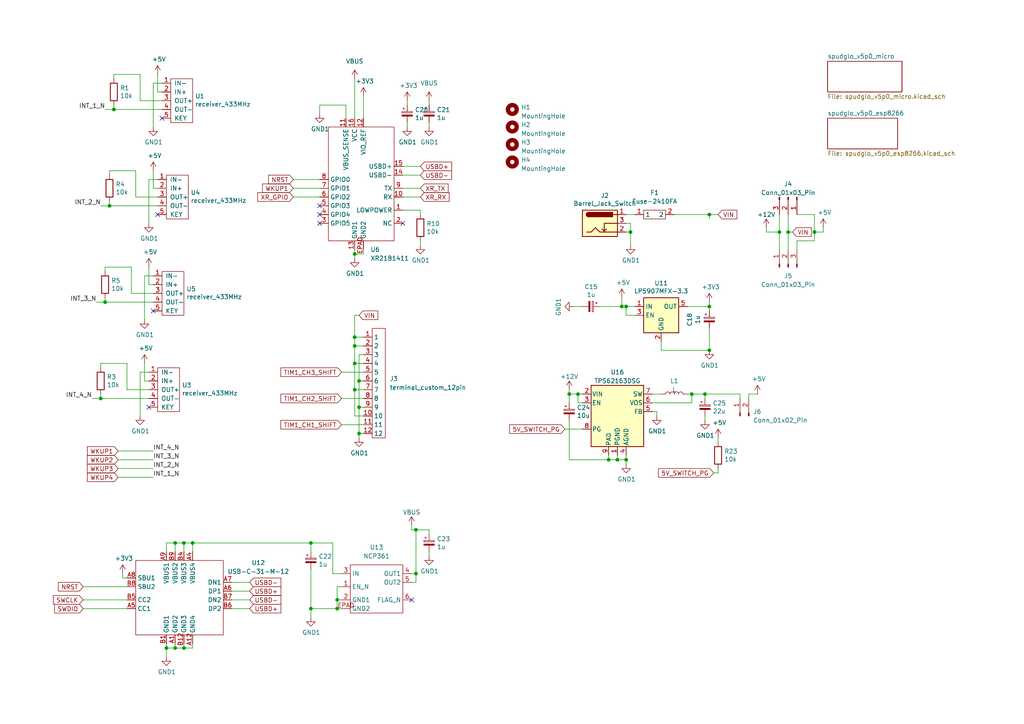
<source format=kicad_sch>
(kicad_sch (version 20230121) (generator eeschema)
  (paper "A4")
  (lib_symbols
    (symbol "Connector:Barrel_Jack_Switch" (pin_names hide)
      (property "Reference" "J" (at 0 5.334 0))
      (property "Value" "Barrel_Jack_Switch" (at 0 -5.08 0))
      (symbol "Barrel_Jack_Switch_0_1"
        (rectangle (start -5.08 3.81) (end 5.08 -3.81) (stroke (width 0.254)) (fill (type background)))
        (arc (start -3.302 3.175) (mid -3.9343 2.54) (end -3.302 1.905) (stroke (width 0.254)))
        (arc (start -3.302 3.175) (mid -3.9343 2.54) (end -3.302 1.905) (stroke (width 0.254)) (fill (type outline)))
        (polyline (pts (xy 1.27 -2.286) (xy 1.905 -1.651)) (stroke (width 0.254)))
        (polyline (pts (xy 5.08 2.54) (xy 3.81 2.54)) (stroke (width 0.254)))
        (polyline (pts (xy 5.08 0) (xy 1.27 0) (xy 1.27 -2.286) (xy 0.635 -1.651)) (stroke (width 0.254)))
        (polyline (pts (xy -3.81 -2.54) (xy -2.54 -2.54) (xy -1.27 -1.27) (xy 0 -2.54) (xy 2.54 -2.54) (xy 5.08 -2.54)) (stroke (width 0.254)))
        (rectangle (start 3.683 3.175) (end -3.302 1.905) (stroke (width 0.254)) (fill (type outline)))
      )
      (symbol "Barrel_Jack_Switch_1_1"
        (pin passive line (at 7.62 2.54 180) (length 2.54) (name "~") (number "1"))
        (pin passive line (at 7.62 -2.54 180) (length 2.54) (name "~") (number "2"))
        (pin passive line (at 7.62 0 180) (length 2.54) (name "~") (number "3"))
      )
    )
    (symbol "Connector:Conn_01x02_Pin" (pin_names (offset 1.016) hide)
      (property "Reference" "J" (at 0 2.54 0))
      (property "Value" "Conn_01x02_Pin" (at 0 -5.08 0))
      (symbol "Conn_01x02_Pin_1_1"
        (polyline (pts (xy 1.27 -2.54) (xy 0.8636 -2.54)) (stroke (width 0.1524)))
        (polyline (pts (xy 1.27 0) (xy 0.8636 0)) (stroke (width 0.1524)))
        (rectangle (start 0.8636 -2.413) (end 0 -2.667) (stroke (width 0.1524)) (fill (type outline)))
        (rectangle (start 0.8636 0.127) (end 0 -0.127) (stroke (width 0.1524)) (fill (type outline)))
        (pin passive line (at 5.08 0 180) (length 3.81) (name "Pin_1") (number "1"))
        (pin passive line (at 5.08 -2.54 180) (length 3.81) (name "Pin_2") (number "2"))
      )
    )
    (symbol "Connector:Conn_01x03_Pin" (pin_names (offset 1.016) hide)
      (property "Reference" "J" (at 0 5.08 0))
      (property "Value" "Conn_01x03_Pin" (at 0 -5.08 0))
      (symbol "Conn_01x03_Pin_1_1"
        (polyline (pts (xy 1.27 -2.54) (xy 0.8636 -2.54)) (stroke (width 0.1524)))
        (polyline (pts (xy 1.27 0) (xy 0.8636 0)) (stroke (width 0.1524)))
        (polyline (pts (xy 1.27 2.54) (xy 0.8636 2.54)) (stroke (width 0.1524)))
        (rectangle (start 0.8636 -2.413) (end 0 -2.667) (stroke (width 0.1524)) (fill (type outline)))
        (rectangle (start 0.8636 0.127) (end 0 -0.127) (stroke (width 0.1524)) (fill (type outline)))
        (rectangle (start 0.8636 2.667) (end 0 2.413) (stroke (width 0.1524)) (fill (type outline)))
        (pin passive line (at 5.08 2.54 180) (length 3.81) (name "Pin_1") (number "1"))
        (pin passive line (at 5.08 0 180) (length 3.81) (name "Pin_2") (number "2"))
        (pin passive line (at 5.08 -2.54 180) (length 3.81) (name "Pin_3") (number "3"))
      )
    )
    (symbol "Device:L" (pin_numbers hide) (pin_names (offset 1.016) hide)
      (property "Reference" "L" (at -1.27 0 90))
      (property "Value" "L" (at 1.905 0 90))
      (symbol "L_0_1"
        (arc (start 0 -2.54) (mid 0.6323 -1.905) (end 0 -1.27))
        (arc (start 0 -1.27) (mid 0.6323 -0.635) (end 0 0))
        (arc (start 0 0) (mid 0.6323 0.635) (end 0 1.27))
        (arc (start 0 1.27) (mid 0.6323 1.905) (end 0 2.54))
      )
      (symbol "L_1_1"
        (pin passive line (at 0 3.81 270) (length 1.27) (name "1") (number "1"))
        (pin passive line (at 0 -3.81 90) (length 1.27) (name "2") (number "2"))
      )
    )
    (symbol "Device:R" (pin_numbers hide) (pin_names (offset 0))
      (property "Reference" "R" (at 2.032 0 90))
      (property "Value" "R" (at 0 0 90))
      (symbol "R_0_1"
        (rectangle (start -1.016 -2.54) (end 1.016 2.54) (stroke (width 0.254)))
      )
      (symbol "R_1_1"
        (pin passive line (at 0 3.81 270) (length 1.27) (name "~") (number "1"))
        (pin passive line (at 0 -3.81 90) (length 1.27) (name "~") (number "2"))
      )
    )
    (symbol "Mechanical:MountingHole" (pin_names (offset 1.016))
      (property "Reference" "H" (at 0 5.08 0))
      (property "Value" "MountingHole" (at 0 3.175 0))
      (symbol "MountingHole_0_1"
        (circle (center 0 0) (radius 1.27) (stroke (width 1.27)))
      )
    )
    (symbol "NCP361_1"
      (property "Reference" "U" (at 1.27 1.27 0))
      (property "Value" "NCP361_1" (at 12.7 -15.24 0))
      (symbol "NCP361_1_0_1"
        (rectangle (start 0 0) (end 15.24 -13.97))
      )
      (symbol "NCP361_1_1_1"
        (pin input line (at -2.54 -6.35 0) (length 2.54) (name "EN_N") (number "1"))
        (pin input line (at -2.54 -10.16 0) (length 2.54) (name "GND1") (number "2"))
        (pin input line (at -2.54 -2.54 0) (length 2.54) (name "IN") (number "3"))
        (pin input line (at 17.78 -2.54 180) (length 2.54) (name "OUT1") (number "4"))
        (pin input line (at 17.78 -5.08 180) (length 2.54) (name "OUT2") (number "5"))
        (pin input line (at 17.78 -10.16 180) (length 2.54) (name "FLAG_N") (number "6"))
        (pin input line (at -2.54 -12.7 0) (length 2.54) (name "GND2") (number "EPAD"))
      )
    )
    (symbol "Regulator_Linear:LP5907MFX-3.3"
      (property "Reference" "U" (at -3.81 6.35 0))
      (property "Value" "LP5907MFX-3.3" (at 6.35 6.35 0))
      (symbol "LP5907MFX-3.3_0_1"
        (rectangle (start -5.08 -5.08) (end 5.08 5.08) (stroke (width 0.254)) (fill (type background)))
        (pin power_in line (at -7.62 2.54 0) (length 2.54) (name "IN") (number "1"))
        (pin power_in line (at 0 -7.62 90) (length 2.54) (name "GND") (number "2"))
        (pin input line (at -7.62 0 0) (length 2.54) (name "EN") (number "3"))
        (pin no_connect line (at 5.08 0 180) (length 2.54) hide (name "NC") (number "4"))
        (pin power_out line (at 7.62 2.54 180) (length 2.54) (name "OUT") (number "5"))
      )
    )
    (symbol "Regulator_Switching:TPS62163DSG" (pin_names (offset 0.254))
      (property "Reference" "U" (at -7.62 11.43 0))
      (property "Value" "TPS62163DSG" (at -1.27 11.43 0))
      (symbol "TPS62163DSG_0_1"
        (rectangle (start -7.62 10.16) (end 7.62 -7.62) (stroke (width 0.254)) (fill (type background)))
      )
      (symbol "TPS62163DSG_1_1"
        (pin power_in line (at 0 -10.16 90) (length 2.54) (name "PGND") (number "1"))
        (pin power_in line (at -10.16 7.62 0) (length 2.54) (name "VIN") (number "2"))
        (pin input line (at -10.16 5.08 0) (length 2.54) (name "EN") (number "3"))
        (pin power_in line (at 2.54 -10.16 90) (length 2.54) (name "AGND") (number "4"))
        (pin input line (at 10.16 2.54 180) (length 2.54) (name "FB") (number "5"))
        (pin input line (at 10.16 5.08 180) (length 2.54) (name "VOS") (number "6"))
        (pin output line (at 10.16 7.62 180) (length 2.54) (name "SW") (number "7"))
        (pin open_collector line (at -10.16 -2.54 0) (length 2.54) (name "PG") (number "8"))
        (pin power_in line (at -2.54 -10.16 90) (length 2.54) (name "PAD") (number "9"))
      )
    )
    (symbol "XR21B1411_1"
      (property "Reference" "U" (at 1.27 1.27 0))
      (property "Value" "XR21B1411_1" (at 20.32 -34.29 0))
      (symbol "XR21B1411_1_0_1"
        (rectangle (start 0 0) (end 19.05 -33.02))
      )
      (symbol "XR21B1411_1_1_1"
        (pin input line (at 21.59 -24.13 180) (length 2.54) (name "LOWPOWER") (number "1"))
        (pin input line (at 21.59 -20.32 180) (length 2.54) (name "RX") (number "10"))
        (pin input line (at 5.08 2.54 270) (length 2.54) (name "VBUS_SENSE") (number "11"))
        (pin input line (at 10.16 2.54 270) (length 2.54) (name "VIO_REF") (number "12"))
        (pin input line (at 7.62 -35.56 90) (length 2.54) (name "GND1") (number "13"))
        (pin input line (at 21.59 -13.97 180) (length 2.54) (name "USBD-") (number "14"))
        (pin input line (at 21.59 -11.43 180) (length 2.54) (name "USBD+") (number "15"))
        (pin input line (at 7.62 2.54 270) (length 2.54) (name "VCC") (number "16"))
        (pin input line (at 21.59 -27.94 180) (length 2.54) (name "NC") (number "2"))
        (pin input line (at -2.54 -27.94 0) (length 2.54) (name "GPIO5") (number "3"))
        (pin input line (at -2.54 -25.4 0) (length 2.54) (name "GPIO4") (number "4"))
        (pin input line (at -2.54 -22.86 0) (length 2.54) (name "GPIO3") (number "5"))
        (pin input line (at -2.54 -20.32 0) (length 2.54) (name "GPIO2") (number "6"))
        (pin input line (at -2.54 -17.78 0) (length 2.54) (name "GPIO1") (number "7"))
        (pin input line (at -2.54 -15.24 0) (length 2.54) (name "GPIO0") (number "8"))
        (pin input line (at 21.59 -17.78 180) (length 2.54) (name "TX") (number "9"))
        (pin input line (at 10.16 -35.56 90) (length 2.54) (name "GND2") (number "EPAD"))
      )
    )
    (symbol "power:+12V" (power) (pin_names (offset 0))
      (property "Value" "+12V" (at 0 3.556 0))
      (symbol "+12V_0_1"
        (polyline (pts (xy -0.762 1.27) (xy 0 2.54)))
        (polyline (pts (xy 0 0) (xy 0 2.54)))
        (polyline (pts (xy 0 2.54) (xy 0.762 1.27)))
      )
      (symbol "+12V_1_1"
        (pin power_in line (at 0 0 90) (length 0) hide (name "+12V") (number "1"))
      )
    )
    (symbol "power:+5V" (power) (pin_names (offset 0))
      (property "Value" "+5V" (at 0 3.556 0))
      (symbol "+5V_0_1"
        (polyline (pts (xy -0.762 1.27) (xy 0 2.54)))
        (polyline (pts (xy 0 0) (xy 0 2.54)))
        (polyline (pts (xy 0 2.54) (xy 0.762 1.27)))
      )
      (symbol "+5V_1_1"
        (pin power_in line (at 0 0 90) (length 0) hide (name "+5V") (number "1"))
      )
    )
    (symbol "power:GND1" (power) (pin_names (offset 0))
      (property "Value" "GND1" (at 0 -3.81 0))
      (symbol "GND1_0_1"
        (polyline (pts (xy 0 0) (xy 0 -1.27) (xy 1.27 -1.27) (xy 0 -2.54) (xy -1.27 -1.27) (xy 0 -1.27)))
      )
      (symbol "GND1_1_1"
        (pin power_in line (at 0 0 270) (length 0) hide (name "GND1") (number "1"))
      )
    )
    (symbol "power:VBUS" (power) (pin_names (offset 0))
      (property "Value" "VBUS" (at 0 3.81 0))
      (symbol "VBUS_0_1"
        (polyline (pts (xy -0.762 1.27) (xy 0 2.54)))
        (polyline (pts (xy 0 0) (xy 0 2.54)))
        (polyline (pts (xy 0 2.54) (xy 0.762 1.27)))
      )
      (symbol "VBUS_1_1"
        (pin power_in line (at 0 0 90) (length 0) hide (name "VBUS") (number "1"))
      )
    )
    (symbol "spudglo_driver_v3p1-rescue:+3.3V-power" (power) (pin_names (offset 0))
      (property "Value" "+3.3V-power" (at 0 3.556 0))
      (symbol "+3.3V-power_0_1"
        (polyline (pts (xy -0.762 1.27) (xy 0 2.54)))
        (polyline (pts (xy 0 0) (xy 0 2.54)))
        (polyline (pts (xy 0 2.54) (xy 0.762 1.27)))
      )
      (symbol "+3.3V-power_1_1"
        (pin power_in line (at 0 0 90) (length 0) hide (name "+3V3") (number "1"))
      )
    )
    (symbol "spudglo_driver_v3p1-rescue:CP_Small-Device" (pin_numbers hide) (pin_names (offset 0.254) hide)
      (property "Reference" "C" (at 0.254 1.778 0))
      (property "Value" "CP_Small-Device" (at 0.254 -2.032 0))
      (symbol "CP_Small-Device_0_1"
        (rectangle (start -1.524 -0.3048) (end 1.524 -0.6858) (fill (type outline)))
        (rectangle (start -1.524 0.6858) (end 1.524 0.3048))
        (polyline (pts (xy -1.27 1.524) (xy -0.762 1.524)))
        (polyline (pts (xy -1.016 1.27) (xy -1.016 1.778)))
      )
      (symbol "CP_Small-Device_1_1"
        (pin passive line (at 0 2.54 270) (length 1.8542) (name "~") (number "1"))
        (pin passive line (at 0 -2.54 90) (length 1.8542) (name "~") (number "2"))
      )
    )
    (symbol "spudglo_driver_v3p1-rescue:receiver_433MHz-srw_custom" (pin_names (offset 1.016))
      (property "Reference" "U" (at 0 0 0))
      (property "Value" "receiver_433MHz-srw_custom" (at 2.54 -20.32 0))
      (symbol "receiver_433MHz-srw_custom_0_1"
        (rectangle (start 2.54 -2.54) (end 8.89 -15.24))
      )
      (symbol "receiver_433MHz-srw_custom_1_1"
        (pin input line (at 0 -3.81 0) (length 2.54) (name "IN-") (number "1"))
        (pin input line (at 0 -6.35 0) (length 2.54) (name "IN+") (number "2"))
        (pin input line (at 0 -8.89 0) (length 2.54) (name "OUT+") (number "3"))
        (pin input line (at 0 -11.43 0) (length 2.54) (name "OUT-") (number "4"))
        (pin input line (at 0 -13.97 0) (length 2.54) (name "KEY") (number "5"))
      )
    )
    (symbol "srw_custom:Fuse-2410FA"
      (property "Reference" "F" (at 0 0 0))
      (property "Value" "Fuse-2410FA" (at 0 2.54 0))
      (symbol "Fuse-2410FA_0_1"
        (rectangle (start 0 -2.54) (end 6.35 -5.08))
      )
      (symbol "Fuse-2410FA_1_1"
        (pin input line (at -2.54 -3.81 0) (length 2.54) (name "1") (number "1"))
        (pin input line (at 8.89 -3.81 180) (length 2.54) (name "2") (number "2"))
      )
    )
    (symbol "srw_custom:USB-C-31-M-12"
      (property "Reference" "U" (at 0 1.27 0))
      (property "Value" "USB-C-31-M-12" (at 27.94 -24.13 0))
      (symbol "USB-C-31-M-12_0_1"
        (rectangle (start 0 0) (end 25.4 -21.59))
      )
      (symbol "USB-C-31-M-12_1_1"
        (pin input line (at 11.43 -24.13 90) (length 2.54) (name "GND2") (number "A1"))
        (pin input line (at 16.51 -24.13 90) (length 2.54) (name "GND4") (number "A12"))
        (pin input line (at 16.51 2.54 270) (length 2.54) (name "VBUS4") (number "A4"))
        (pin input line (at -2.54 -13.97 0) (length 2.54) (name "CC1") (number "A5"))
        (pin input line (at 27.94 -8.89 180) (length 2.54) (name "DP1") (number "A6"))
        (pin input line (at 27.94 -6.35 180) (length 2.54) (name "DN1") (number "A7"))
        (pin input line (at -2.54 -5.08 0) (length 2.54) (name "SBU1") (number "A8"))
        (pin input line (at 8.89 2.54 270) (length 2.54) (name "VBUS1") (number "A9"))
        (pin input line (at 8.89 -24.13 90) (length 2.54) (name "GND1") (number "B1"))
        (pin input line (at 13.97 -24.13 90) (length 2.54) (name "GND3") (number "B12"))
        (pin input line (at 13.97 2.54 270) (length 2.54) (name "VBUS3") (number "B4"))
        (pin input line (at -2.54 -11.43 0) (length 2.54) (name "CC2") (number "B5"))
        (pin input line (at 27.94 -13.97 180) (length 2.54) (name "DP2") (number "B6"))
        (pin input line (at 27.94 -11.43 180) (length 2.54) (name "DN2") (number "B7"))
        (pin input line (at -2.54 -7.62 0) (length 2.54) (name "SBU2") (number "B8"))
        (pin input line (at 11.43 2.54 270) (length 2.54) (name "VBUS2") (number "B9"))
      )
    )
    (symbol "srw_custom:terminal_custom_12pin"
      (property "Reference" "J" (at 0 -1.27 0))
      (property "Value" "terminal_custom_12pin" (at 0 1.27 0))
      (symbol "terminal_custom_12pin_0_1"
        (rectangle (start 0 -2.54) (end 3.81 -34.29))
      )
      (symbol "terminal_custom_12pin_1_1"
        (pin input line (at -2.54 -5.08 0) (length 2.54) (name "1") (number "1"))
        (pin input line (at -2.54 -27.94 0) (length 2.54) (name "10") (number "10"))
        (pin input line (at -2.54 -30.48 0) (length 2.54) (name "11") (number "11"))
        (pin input line (at -2.54 -33.02 0) (length 2.54) (name "12") (number "12"))
        (pin input line (at -2.54 -7.62 0) (length 2.54) (name "2") (number "2"))
        (pin input line (at -2.54 -10.16 0) (length 2.54) (name "3") (number "3"))
        (pin input line (at -2.54 -12.7 0) (length 2.54) (name "4") (number "4"))
        (pin input line (at -2.54 -15.24 0) (length 2.54) (name "5") (number "5"))
        (pin input line (at -2.54 -17.78 0) (length 2.54) (name "6") (number "6"))
        (pin input line (at -2.54 -20.32 0) (length 2.54) (name "7") (number "7"))
        (pin input line (at -2.54 -22.86 0) (length 2.54) (name "8") (number "8"))
        (pin input line (at -2.54 -25.4 0) (length 2.54) (name "9") (number "9"))
      )
    )
  )
  (junction (at 50.8 157.48))
  (junction (at 30.48 87.63))
  (junction (at 29.21 115.57))
  (junction (at 55.88 157.48))
  (junction (at 181.61 133.35))
  (junction (at 90.17 157.48))
  (junction (at 226.06 67.31))
  (junction (at 102.87 97.79))
  (junction (at 104.14 118.11))
  (junction (at 236.22 67.31))
  (junction (at 33.02 31.75))
  (junction (at 102.87 100.33))
  (junction (at 179.07 133.35))
  (junction (at 53.34 157.48))
  (junction (at 165.1 114.3))
  (junction (at 200.66 114.3))
  (junction (at 228.6 67.31))
  (junction (at 205.74 88.9))
  (junction (at 205.74 62.23))
  (junction (at 182.88 67.31))
  (junction (at 181.61 88.9))
  (junction (at 167.64 114.3))
  (junction (at 104.14 110.49))
  (junction (at 120.65 166.37))
  (junction (at 53.34 187.96))
  (junction (at 104.14 125.73))
  (junction (at 90.17 176.53))
  (junction (at 102.87 73.66))
  (junction (at 102.87 105.41))
  (junction (at 102.87 113.03))
  (junction (at 31.75 59.69))
  (junction (at 97.79 176.53))
  (junction (at 50.8 187.96))
  (junction (at 97.79 173.99))
  (junction (at 176.53 133.35))
  (junction (at 48.26 187.96))
  (junction (at 120.65 153.67))
  (junction (at 205.74 101.6))
  (junction (at 204.47 114.3))
  (junction (at 180.34 88.9))
  (no_connect (at 92.71 62.23))
  (no_connect (at 44.45 90.17))
  (no_connect (at 116.84 64.77))
  (no_connect (at 45.72 62.23))
  (no_connect (at 119.38 173.99))
  (no_connect (at 92.71 64.77))
  (no_connect (at 43.18 118.11))
  (no_connect (at 46.99 34.29))
  (no_connect (at 92.71 59.69))
  (wire (pts (xy 121.92 60.96) (xy 116.84 60.96)))
  (wire (pts (xy 100.33 30.48) (xy 100.33 34.29)))
  (wire (pts (xy 214.63 114.3) (xy 204.47 114.3)))
  (wire (pts (xy 217.17 114.3) (xy 217.17 115.57)))
  (wire (pts (xy 46.99 24.13) (xy 44.45 24.13)))
  (wire (pts (xy 184.15 91.44) (xy 181.61 91.44)))
  (wire (pts (xy 214.63 115.57) (xy 214.63 114.3)))
  (wire (pts (xy 104.14 125.73) (xy 105.41 125.73)))
  (wire (pts (xy 189.23 116.84) (xy 200.66 116.84)))
  (wire (pts (xy 179.07 132.08) (xy 179.07 133.35)))
  (wire (pts (xy 205.74 88.9) (xy 199.39 88.9)))
  (wire (pts (xy 182.88 64.77) (xy 181.61 64.77)))
  (wire (pts (xy 166.37 88.9) (xy 168.91 88.9)))
  (wire (pts (xy 43.18 115.57) (xy 29.21 115.57)))
  (wire (pts (xy 102.87 105.41) (xy 105.41 105.41)))
  (wire (pts (xy 191.77 101.6) (xy 205.74 101.6)))
  (wire (pts (xy 99.06 115.57) (xy 105.41 115.57)))
  (wire (pts (xy 182.88 67.31) (xy 182.88 71.12)))
  (wire (pts (xy 181.61 62.23) (xy 184.15 62.23)))
  (wire (pts (xy 102.87 100.33) (xy 105.41 100.33)))
  (wire (pts (xy 30.48 31.75) (xy 33.02 31.75)))
  (wire (pts (xy 90.17 157.48) (xy 90.17 160.02)))
  (wire (pts (xy 124.46 160.02) (xy 124.46 161.29)))
  (wire (pts (xy 184.15 88.9) (xy 181.61 88.9)))
  (wire (pts (xy 102.87 91.44) (xy 104.14 91.44)))
  (wire (pts (xy 31.75 59.69) (xy 31.75 58.42)))
  (wire (pts (xy 236.22 67.31) (xy 236.22 69.85)))
  (wire (pts (xy 29.21 105.41) (xy 29.21 106.68)))
  (wire (pts (xy 45.72 52.07) (xy 43.18 52.07)))
  (wire (pts (xy 236.22 62.23) (xy 236.22 67.31)))
  (wire (pts (xy 121.92 62.23) (xy 121.92 60.96)))
  (wire (pts (xy 92.71 33.02) (xy 92.71 30.48)))
  (wire (pts (xy 24.13 176.53) (xy 36.83 176.53)))
  (wire (pts (xy 90.17 176.53) (xy 90.17 179.07)))
  (wire (pts (xy 53.34 157.48) (xy 55.88 157.48)))
  (wire (pts (xy 104.14 118.11) (xy 104.14 125.73)))
  (wire (pts (xy 219.71 114.3) (xy 217.17 114.3)))
  (wire (pts (xy 165.1 121.92) (xy 165.1 133.35)))
  (wire (pts (xy 26.67 115.57) (xy 29.21 115.57)))
  (wire (pts (xy 90.17 176.53) (xy 97.79 176.53)))
  (wire (pts (xy 222.25 66.04) (xy 222.25 67.31)))
  (wire (pts (xy 228.6 67.31) (xy 228.6 72.39)))
  (wire (pts (xy 27.94 87.63) (xy 30.48 87.63)))
  (wire (pts (xy 46.99 29.21) (xy 40.64 29.21)))
  (wire (pts (xy 207.01 137.16) (xy 208.28 137.16)))
  (wire (pts (xy 38.1 85.09) (xy 38.1 77.47)))
  (wire (pts (xy 102.87 105.41) (xy 102.87 113.03)))
  (wire (pts (xy 182.88 67.31) (xy 182.88 64.77)))
  (wire (pts (xy 191.77 99.06) (xy 191.77 101.6)))
  (wire (pts (xy 105.41 102.87) (xy 104.14 102.87)))
  (wire (pts (xy 43.18 113.03) (xy 36.83 113.03)))
  (wire (pts (xy 97.79 176.53) (xy 99.06 176.53)))
  (wire (pts (xy 67.31 168.91) (xy 72.39 168.91)))
  (wire (pts (xy 40.64 29.21) (xy 40.64 21.59)))
  (wire (pts (xy 189.23 114.3) (xy 191.77 114.3)))
  (wire (pts (xy 30.48 87.63) (xy 30.48 86.36)))
  (wire (pts (xy 46.99 26.67) (xy 45.72 26.67)))
  (wire (pts (xy 30.48 77.47) (xy 30.48 78.74)))
  (wire (pts (xy 48.26 157.48) (xy 48.26 160.02)))
  (wire (pts (xy 200.66 116.84) (xy 200.66 114.3)))
  (wire (pts (xy 53.34 186.69) (xy 53.34 187.96)))
  (wire (pts (xy 102.87 73.66) (xy 105.41 73.66)))
  (wire (pts (xy 121.92 69.85) (xy 121.92 71.12)))
  (wire (pts (xy 238.76 66.04) (xy 238.76 67.31)))
  (wire (pts (xy 46.99 31.75) (xy 33.02 31.75)))
  (wire (pts (xy 36.83 113.03) (xy 36.83 105.41)))
  (wire (pts (xy 44.45 80.01) (xy 41.91 80.01)))
  (wire (pts (xy 205.74 95.25) (xy 205.74 101.6)))
  (wire (pts (xy 124.46 29.21) (xy 124.46 30.48)))
  (wire (pts (xy 102.87 72.39) (xy 102.87 73.66)))
  (wire (pts (xy 180.34 88.9) (xy 173.99 88.9)))
  (wire (pts (xy 181.61 88.9) (xy 180.34 88.9)))
  (wire (pts (xy 97.79 176.53) (xy 97.79 173.99)))
  (wire (pts (xy 44.45 85.09) (xy 38.1 85.09)))
  (wire (pts (xy 44.45 87.63) (xy 30.48 87.63)))
  (wire (pts (xy 205.74 88.9) (xy 205.74 87.63)))
  (wire (pts (xy 41.91 110.49) (xy 41.91 105.41)))
  (wire (pts (xy 179.07 133.35) (xy 181.61 133.35)))
  (wire (pts (xy 67.31 173.99) (xy 72.39 173.99)))
  (wire (pts (xy 116.84 54.61) (xy 121.92 54.61)))
  (wire (pts (xy 168.91 116.84) (xy 167.64 116.84)))
  (wire (pts (xy 124.46 154.94) (xy 124.46 153.67)))
  (wire (pts (xy 181.61 91.44) (xy 181.61 88.9)))
  (wire (pts (xy 102.87 73.66) (xy 102.87 74.93)))
  (wire (pts (xy 29.21 59.69) (xy 31.75 59.69)))
  (wire (pts (xy 236.22 67.31) (xy 238.76 67.31)))
  (wire (pts (xy 105.41 27.94) (xy 105.41 34.29)))
  (wire (pts (xy 96.52 157.48) (xy 96.52 166.37)))
  (wire (pts (xy 48.26 157.48) (xy 50.8 157.48)))
  (wire (pts (xy 165.1 133.35) (xy 176.53 133.35)))
  (wire (pts (xy 85.09 54.61) (xy 92.71 54.61)))
  (wire (pts (xy 99.06 107.95) (xy 105.41 107.95)))
  (wire (pts (xy 228.6 67.31) (xy 228.6 62.23)))
  (wire (pts (xy 29.21 115.57) (xy 29.21 114.3)))
  (wire (pts (xy 204.47 115.57) (xy 204.47 114.3)))
  (wire (pts (xy 50.8 186.69) (xy 50.8 187.96)))
  (wire (pts (xy 120.65 153.67) (xy 120.65 166.37)))
  (wire (pts (xy 195.58 62.23) (xy 205.74 62.23)))
  (wire (pts (xy 92.71 30.48) (xy 100.33 30.48)))
  (wire (pts (xy 119.38 152.4) (xy 119.38 153.67)))
  (wire (pts (xy 104.14 118.11) (xy 104.14 110.49)))
  (wire (pts (xy 53.34 187.96) (xy 55.88 187.96)))
  (wire (pts (xy 118.11 29.21) (xy 118.11 30.48)))
  (wire (pts (xy 99.06 170.18) (xy 97.79 170.18)))
  (wire (pts (xy 53.34 160.02) (xy 53.34 157.48)))
  (wire (pts (xy 44.45 82.55) (xy 43.18 82.55)))
  (wire (pts (xy 90.17 165.1) (xy 90.17 176.53)))
  (wire (pts (xy 48.26 187.96) (xy 48.26 190.5)))
  (wire (pts (xy 67.31 171.45) (xy 72.39 171.45)))
  (wire (pts (xy 176.53 132.08) (xy 176.53 133.35)))
  (wire (pts (xy 39.37 57.15) (xy 39.37 49.53)))
  (wire (pts (xy 67.31 176.53) (xy 72.39 176.53)))
  (wire (pts (xy 41.91 80.01) (xy 41.91 92.71)))
  (wire (pts (xy 39.37 49.53) (xy 31.75 49.53)))
  (wire (pts (xy 165.1 114.3) (xy 165.1 116.84)))
  (wire (pts (xy 50.8 157.48) (xy 53.34 157.48)))
  (wire (pts (xy 24.13 170.18) (xy 36.83 170.18)))
  (wire (pts (xy 200.66 114.3) (xy 199.39 114.3)))
  (wire (pts (xy 44.45 24.13) (xy 44.45 36.83)))
  (wire (pts (xy 33.02 21.59) (xy 33.02 22.86)))
  (wire (pts (xy 34.29 135.89) (xy 44.45 135.89)))
  (wire (pts (xy 55.88 157.48) (xy 90.17 157.48)))
  (wire (pts (xy 45.72 54.61) (xy 44.45 54.61)))
  (wire (pts (xy 50.8 160.02) (xy 50.8 157.48)))
  (wire (pts (xy 190.5 120.65) (xy 190.5 119.38)))
  (wire (pts (xy 118.11 35.56) (xy 118.11 36.83)))
  (wire (pts (xy 163.83 124.46) (xy 168.91 124.46)))
  (wire (pts (xy 85.09 57.15) (xy 92.71 57.15)))
  (wire (pts (xy 180.34 86.36) (xy 180.34 88.9)))
  (wire (pts (xy 90.17 157.48) (xy 96.52 157.48)))
  (wire (pts (xy 43.18 107.95) (xy 40.64 107.95)))
  (wire (pts (xy 222.25 67.31) (xy 226.06 67.31)))
  (wire (pts (xy 181.61 133.35) (xy 181.61 134.62)))
  (wire (pts (xy 99.06 123.19) (xy 105.41 123.19)))
  (wire (pts (xy 120.65 168.91) (xy 119.38 168.91)))
  (wire (pts (xy 176.53 133.35) (xy 179.07 133.35)))
  (wire (pts (xy 102.87 105.41) (xy 102.87 100.33)))
  (wire (pts (xy 226.06 67.31) (xy 226.06 62.23)))
  (wire (pts (xy 205.74 62.23) (xy 208.28 62.23)))
  (wire (pts (xy 45.72 59.69) (xy 31.75 59.69)))
  (wire (pts (xy 205.74 90.17) (xy 205.74 88.9)))
  (wire (pts (xy 231.14 62.23) (xy 236.22 62.23)))
  (wire (pts (xy 181.61 67.31) (xy 182.88 67.31)))
  (wire (pts (xy 204.47 114.3) (xy 200.66 114.3)))
  (wire (pts (xy 104.14 110.49) (xy 105.41 110.49)))
  (wire (pts (xy 35.56 167.64) (xy 35.56 166.37)))
  (wire (pts (xy 38.1 77.47) (xy 30.48 77.47)))
  (wire (pts (xy 102.87 22.86) (xy 102.87 34.29)))
  (wire (pts (xy 99.06 173.99) (xy 97.79 173.99)))
  (wire (pts (xy 31.75 49.53) (xy 31.75 50.8)))
  (wire (pts (xy 36.83 167.64) (xy 35.56 167.64)))
  (wire (pts (xy 208.28 127) (xy 208.28 128.27)))
  (wire (pts (xy 119.38 166.37) (xy 120.65 166.37)))
  (wire (pts (xy 104.14 127) (xy 104.14 125.73)))
  (wire (pts (xy 102.87 100.33) (xy 102.87 97.79)))
  (wire (pts (xy 231.14 69.85) (xy 236.22 69.85)))
  (wire (pts (xy 102.87 113.03) (xy 105.41 113.03)))
  (wire (pts (xy 229.87 67.31) (xy 228.6 67.31)))
  (wire (pts (xy 43.18 82.55) (xy 43.18 77.47)))
  (wire (pts (xy 204.47 120.65) (xy 204.47 121.92)))
  (wire (pts (xy 104.14 118.11) (xy 105.41 118.11)))
  (wire (pts (xy 24.13 173.99) (xy 36.83 173.99)))
  (wire (pts (xy 45.72 57.15) (xy 39.37 57.15)))
  (wire (pts (xy 96.52 166.37) (xy 99.06 166.37)))
  (wire (pts (xy 124.46 35.56) (xy 124.46 36.83)))
  (wire (pts (xy 116.84 50.8) (xy 121.92 50.8)))
  (wire (pts (xy 40.64 107.95) (xy 40.64 120.65)))
  (wire (pts (xy 205.74 62.23) (xy 205.74 63.5)))
  (wire (pts (xy 55.88 160.02) (xy 55.88 157.48)))
  (wire (pts (xy 44.45 54.61) (xy 44.45 49.53)))
  (wire (pts (xy 48.26 187.96) (xy 50.8 187.96)))
  (wire (pts (xy 85.09 52.07) (xy 92.71 52.07)))
  (wire (pts (xy 102.87 97.79) (xy 105.41 97.79)))
  (wire (pts (xy 104.14 102.87) (xy 104.14 110.49)))
  (wire (pts (xy 102.87 91.44) (xy 102.87 97.79)))
  (wire (pts (xy 36.83 105.41) (xy 29.21 105.41)))
  (wire (pts (xy 40.64 21.59) (xy 33.02 21.59)))
  (wire (pts (xy 226.06 67.31) (xy 226.06 72.39)))
  (wire (pts (xy 43.18 52.07) (xy 43.18 64.77)))
  (wire (pts (xy 124.46 153.67) (xy 120.65 153.67)))
  (wire (pts (xy 120.65 153.67) (xy 119.38 153.67)))
  (wire (pts (xy 167.64 116.84) (xy 167.64 114.3)))
  (wire (pts (xy 116.84 48.26) (xy 121.92 48.26)))
  (wire (pts (xy 48.26 186.69) (xy 48.26 187.96)))
  (wire (pts (xy 165.1 114.3) (xy 167.64 114.3)))
  (wire (pts (xy 34.29 133.35) (xy 44.45 133.35)))
  (wire (pts (xy 55.88 186.69) (xy 55.88 187.96)))
  (wire (pts (xy 33.02 31.75) (xy 33.02 30.48)))
  (wire (pts (xy 34.29 138.43) (xy 44.45 138.43)))
  (wire (pts (xy 190.5 119.38) (xy 189.23 119.38)))
  (wire (pts (xy 167.64 114.3) (xy 168.91 114.3)))
  (wire (pts (xy 208.28 137.16) (xy 208.28 135.89)))
  (wire (pts (xy 181.61 132.08) (xy 181.61 133.35)))
  (wire (pts (xy 105.41 73.66) (xy 105.41 72.39)))
  (wire (pts (xy 45.72 26.67) (xy 45.72 21.59)))
  (wire (pts (xy 97.79 170.18) (xy 97.79 173.99)))
  (wire (pts (xy 231.14 72.39) (xy 231.14 69.85)))
  (wire (pts (xy 102.87 120.65) (xy 102.87 113.03)))
  (wire (pts (xy 43.18 110.49) (xy 41.91 110.49)))
  (wire (pts (xy 50.8 187.96) (xy 53.34 187.96)))
  (wire (pts (xy 165.1 113.03) (xy 165.1 114.3)))
  (wire (pts (xy 105.41 120.65) (xy 102.87 120.65)))
  (wire (pts (xy 34.29 130.81) (xy 44.45 130.81)))
  (wire (pts (xy 116.84 57.15) (xy 121.92 57.15)))
  (wire (pts (xy 120.65 166.37) (xy 120.65 168.91)))
  (label "INT_3_N" (at 44.45 133.35 0))
  (label "INT_3_N" (at 27.94 87.63 180))
  (label "INT_1_N" (at 30.48 31.75 180))
  (label "INT_4_N" (at 44.45 130.81 0))
  (label "INT_2_N" (at 44.45 135.89 0))
  (label "INT_4_N" (at 26.67 115.57 180))
  (label "INT_1_N" (at 44.45 138.43 0))
  (label "INT_2_N" (at 29.21 59.69 180))
  (global_label "XR_GPIO" (shape input) (at 85.09 57.15 180) (property "Intersheetrefs" "${INTERSHEET_REFS}" (effects hide)))
  (global_label "USBD-" (shape input) (at 72.39 168.91 0) (property "Intersheetrefs" "${INTERSHEET_REFS}" (effects hide)))
  (global_label "XR_TX" (shape input) (at 121.92 54.61 0) (property "Intersheetrefs" "${INTERSHEET_REFS}" (effects hide)))
  (global_label "USBD+" (shape input) (at 72.39 171.45 0) (property "Intersheetrefs" "${INTERSHEET_REFS}" (effects hide)))
  (global_label "USBD+" (shape input) (at 72.39 176.53 0) (property "Intersheetrefs" "${INTERSHEET_REFS}" (effects hide)))
  (global_label "SWDIO" (shape input) (at 24.13 176.53 180) (property "Intersheetrefs" "${INTERSHEET_REFS}" (effects hide)))
  (global_label "5V_SWITCH_PG" (shape input) (at 207.01 137.16 180) (property "Intersheetrefs" "${INTERSHEET_REFS}" (effects hide)))
  (global_label "VIN" (shape input) (at 208.28 62.23 0) (property "Intersheetrefs" "${INTERSHEET_REFS}" (effects hide)))
  (global_label "TIM1_CH2_SHIFT" (shape input) (at 99.06 115.57 180) (property "Intersheetrefs" "${INTERSHEET_REFS}" (effects hide)))
  (global_label "WKUP2" (shape input) (at 34.29 133.35 180) (property "Intersheetrefs" "${INTERSHEET_REFS}" (effects hide)))
  (global_label "NRST" (shape input) (at 24.13 170.18 180) (property "Intersheetrefs" "${INTERSHEET_REFS}" (effects hide)))
  (global_label "USBD+" (shape input) (at 121.92 48.26 0) (property "Intersheetrefs" "${INTERSHEET_REFS}" (effects hide)))
  (global_label "WKUP1" (shape input) (at 85.09 54.61 180) (property "Intersheetrefs" "${INTERSHEET_REFS}" (effects hide)))
  (global_label "5V_SWITCH_PG" (shape input) (at 163.83 124.46 180) (property "Intersheetrefs" "${INTERSHEET_REFS}" (effects hide)))
  (global_label "WKUP1" (shape input) (at 34.29 130.81 180) (property "Intersheetrefs" "${INTERSHEET_REFS}" (effects hide)))
  (global_label "XR_RX" (shape input) (at 121.92 57.15 0) (property "Intersheetrefs" "${INTERSHEET_REFS}" (effects hide)))
  (global_label "VIN" (shape input) (at 229.87 67.31 0) (property "Intersheetrefs" "${INTERSHEET_REFS}" (effects hide)))
  (global_label "TIM1_CH3_SHIFT" (shape input) (at 99.06 107.95 180) (property "Intersheetrefs" "${INTERSHEET_REFS}" (effects hide)))
  (global_label "WKUP4" (shape input) (at 34.29 138.43 180) (property "Intersheetrefs" "${INTERSHEET_REFS}" (effects hide)))
  (global_label "USBD-" (shape input) (at 121.92 50.8 0) (property "Intersheetrefs" "${INTERSHEET_REFS}" (effects hide)))
  (global_label "TIM1_CH1_SHIFT" (shape input) (at 99.06 123.19 180) (property "Intersheetrefs" "${INTERSHEET_REFS}" (effects hide)))
  (global_label "USBD-" (shape input) (at 72.39 173.99 0) (property "Intersheetrefs" "${INTERSHEET_REFS}" (effects hide)))
  (global_label "SWCLK" (shape input) (at 24.13 173.99 180) (property "Intersheetrefs" "${INTERSHEET_REFS}" (effects hide)))
  (global_label "WKUP3" (shape input) (at 34.29 135.89 180) (property "Intersheetrefs" "${INTERSHEET_REFS}" (effects hide)))
  (global_label "NRST" (shape input) (at 85.09 52.07 180) (property "Intersheetrefs" "${INTERSHEET_REFS}" (effects hide)))
  (global_label "VIN" (shape input) (at 104.14 91.44 0) (property "Intersheetrefs" "${INTERSHEET_REFS}" (effects hide)))
  (symbol (lib_id "power:GND1") (at 104.14 127 0) (unit 1)
    (property "Reference" "#PWR02" (effects hide))
    (property "Value" "GND1" (at 104.267 131.3942 0))
  )
  (symbol (lib_id "spudglo_driver_v3p1-rescue:CP_Small-Device") (at 124.46 157.48 0) (unit 1)
    (property "Reference" "C23" (at 126.6952 156.3116 0) (effects (justify left)))
    (property "Value" "1u" (at 126.6952 158.623 0) (effects (justify left)))
    (property "Footprint" "Capacitor_SMD:C_0603_1608Metric_Pad1.08x0.95mm_HandSolder" (effects hide))
  )
  (symbol (lib_id "Device:R") (at 208.28 132.08 0) (unit 1)
    (property "Reference" "R23" (at 210.058 130.9116 0) (effects (justify left)))
    (property "Value" "10k" (at 210.058 133.223 0) (effects (justify left)))
    (property "Footprint" "Resistor_SMD:R_0603_1608Metric_Pad0.98x0.95mm_HandSolder" (effects hide))
  )
  (symbol (lib_id "power:GND1") (at 121.92 71.12 0) (unit 1)
    (property "Reference" "#PWR013" (effects hide))
    (property "Value" "GND1" (at 122.047 75.5142 0))
  )
  (symbol (lib_id "srw_custom:Fuse-2410FA") (at 186.69 58.42 0) (unit 1)
    (property "Reference" "F1" (at 189.865 55.88 0))
    (property "Value" "Fuse-2410FA" (at 189.865 58.42 0))
    (property "Footprint" "srw_custom:2410FA" (effects hide))
  )
  (symbol (lib_id "spudglo_driver_v3p1-rescue:CP_Small-Device") (at 204.47 118.11 0) (unit 1)
    (property "Reference" "C25" (at 206.7052 116.9416 0) (effects (justify left)))
    (property "Value" "22u" (at 206.7052 119.253 0) (effects (justify left)))
    (property "Footprint" "Capacitor_SMD:C_0603_1608Metric_Pad1.08x0.95mm_HandSolder" (effects hide))
  )
  (symbol (lib_id "spudglo_driver_v3p1-rescue:receiver_433MHz-srw_custom") (at 45.72 48.26 0) (unit 1)
    (property "Reference" "U4" (at 55.3212 55.8546 0) (effects (justify left)))
    (property "Value" "receiver_433MHz" (at 55.3212 58.166 0) (effects (justify left)))
    (property "Footprint" "Connector_PinHeader_2.54mm:PinHeader_1x05_P2.54mm_Vertical" (effects hide))
  )
  (symbol (lib_id "Connector:Conn_01x03_Pin") (at 228.6 57.15 270) (unit 1)
    (property "Reference" "J4" (at 228.6 53.34 90))
    (property "Value" "Conn_01x03_Pin" (at 228.6 55.88 90))
    (property "Footprint" "Connector_PinHeader_2.54mm:PinHeader_1x03_P2.54mm_Vertical" (effects hide))
  )
  (symbol (lib_id "power:GND1") (at 182.88 71.12 0) (unit 1)
    (property "Reference" "#PWR019" (effects hide))
    (property "Value" "GND1" (at 183.007 75.5142 0))
  )
  (symbol (lib_id "power:GND1") (at 124.46 161.29 0) (unit 1)
    (property "Reference" "#PWR018" (effects hide))
    (property "Value" "GND1" (at 124.587 165.6842 0))
  )
  (symbol (lib_id "power:+12V") (at 165.1 113.03 0) (unit 1)
    (property "Reference" "#PWR040" (effects hide))
    (property "Value" "+12V" (at 165.1 109.22 0))
  )
  (symbol (lib_id "power:GND1") (at 205.74 101.6 0) (unit 1)
    (property "Reference" "#PWR024" (effects hide))
    (property "Value" "GND1" (at 205.867 105.9942 0))
  )
  (symbol (lib_id "power:GND1") (at 40.64 120.65 0) (unit 1)
    (property "Reference" "#PWR0113" (effects hide))
    (property "Value" "GND1" (at 40.767 125.0442 0))
  )
  (symbol (lib_id "power:+5V") (at 45.72 21.59 0) (unit 1)
    (property "Reference" "#PWR0106" (effects hide))
    (property "Value" "+5V" (at 46.101 17.1958 0))
  )
  (symbol (lib_id "Regulator_Switching:TPS62163DSG") (at 179.07 121.92 0) (unit 1)
    (property "Reference" "U16" (at 179.07 107.95 0))
    (property "Value" "TPS62163DSG" (at 179.07 110.49 0))
    (property "Footprint" "Package_SON:WSON-8-1EP_2x2mm_P0.5mm_EP0.9x1.6mm_ThermalVias" (effects hide))
    (property "Datasheet" "http://www.ti.com/lit/ds/symlink/tps62160.pdf" (effects hide))
  )
  (symbol (lib_id "spudglo_driver_v3p1-rescue:CP_Small-Device") (at 165.1 119.38 0) (unit 1)
    (property "Reference" "C24" (at 167.3352 118.2116 0) (effects (justify left)))
    (property "Value" "10u" (at 167.3352 120.523 0) (effects (justify left)))
    (property "Footprint" "Capacitor_SMD:C_0603_1608Metric_Pad1.08x0.95mm_HandSolder" (effects hide))
  )
  (symbol (lib_id "srw_custom:USB-C-31-M-12") (at 39.37 162.56 0) (unit 1)
    (property "Reference" "U12" (at 74.93 163.2203 0))
    (property "Value" "USB-C-31-M-12" (at 74.93 165.7603 0))
    (property "Footprint" "Connector_USB:USB_C_Receptacle_HRO_TYPE-C-31-M-12" (effects hide))
  )
  (symbol (lib_id "power:+5V") (at 41.91 105.41 0) (unit 1)
    (property "Reference" "#PWR0114" (effects hide))
    (property "Value" "+5V" (at 42.291 101.0158 0))
  )
  (symbol (lib_name "NCP361_1") (lib_id "srw_custom:NCP361") (at 101.6 163.83 0) (unit 1)
    (property "Reference" "U13" (at 109.22 158.75 0))
    (property "Value" "NCP361" (at 109.22 161.29 0))
    (property "Footprint" "srw_cuustom:NCP361" (effects hide))
  )
  (symbol (lib_id "spudglo_driver_v3p1-rescue:CP_Small-Device") (at 90.17 162.56 0) (unit 1)
    (property "Reference" "C22" (at 92.4052 161.3916 0) (effects (justify left)))
    (property "Value" "1u" (at 92.4052 163.703 0) (effects (justify left)))
    (property "Footprint" "Capacitor_SMD:C_0603_1608Metric_Pad1.08x0.95mm_HandSolder" (effects hide))
  )
  (symbol (lib_id "spudglo_driver_v3p1-rescue:+3.3V-power") (at 105.41 27.94 0) (unit 1)
    (property "Reference" "#PWR09" (effects hide))
    (property "Value" "+3.3V" (at 105.791 23.5458 0))
  )
  (symbol (lib_id "power:GND1") (at 190.5 120.65 0) (unit 1)
    (property "Reference" "#PWR037" (effects hide))
    (property "Value" "GND1" (at 190.627 125.0442 0))
  )
  (symbol (lib_id "power:GND1") (at 166.37 88.9 270) (unit 1)
    (property "Reference" "#PWR021" (effects hide))
    (property "Value" "GND1" (at 161.9758 89.027 0))
  )
  (symbol (lib_id "power:GND1") (at 102.87 74.93 0) (unit 1)
    (property "Reference" "#PWR08" (effects hide))
    (property "Value" "GND1" (at 102.997 79.3242 0))
  )
  (symbol (lib_id "power:GND1") (at 118.11 36.83 0) (unit 1)
    (property "Reference" "#PWR011" (effects hide))
    (property "Value" "GND1" (at 118.237 41.2242 0))
  )
  (symbol (lib_id "Mechanical:MountingHole") (at 148.59 46.99 0) (unit 1)
    (property "Reference" "H4" (at 151.13 46.355 0) (effects (justify left)))
    (property "Value" "MountingHole" (at 151.13 48.895 0) (effects (justify left)))
    (property "Footprint" "MountingHole:MountingHole_5.5mm" (effects hide))
  )
  (symbol (lib_id "spudglo_driver_v3p1-rescue:receiver_433MHz-srw_custom") (at 46.99 20.32 0) (unit 1)
    (property "Reference" "U1" (at 56.5912 27.9146 0) (effects (justify left)))
    (property "Value" "receiver_433MHz" (at 56.5912 30.226 0) (effects (justify left)))
    (property "Footprint" "Connector_PinHeader_2.54mm:PinHeader_1x05_P2.54mm_Vertical" (effects hide))
  )
  (symbol (lib_id "spudglo_driver_v3p1-rescue:receiver_433MHz-srw_custom") (at 44.45 76.2 0) (unit 1)
    (property "Reference" "U5" (at 54.0512 83.7946 0) (effects (justify left)))
    (property "Value" "receiver_433MHz" (at 54.0512 86.106 0) (effects (justify left)))
    (property "Footprint" "Connector_PinHeader_2.54mm:PinHeader_1x05_P2.54mm_Vertical" (effects hide))
  )
  (symbol (lib_id "power:GND1") (at 48.26 190.5 0) (unit 1)
    (property "Reference" "#PWR05" (effects hide))
    (property "Value" "GND1" (at 48.387 194.8942 0))
  )
  (symbol (lib_id "power:GND1") (at 92.71 33.02 0) (unit 1)
    (property "Reference" "#PWR06" (effects hide))
    (property "Value" "GND1" (at 92.837 37.4142 0))
  )
  (symbol (lib_id "srw_custom:terminal_custom_12pin") (at 107.95 92.71 0) (unit 1)
    (property "Reference" "J3" (at 113.03 109.8549 0) (effects (justify left)))
    (property "Value" "terminal_custom_12pin" (at 113.03 112.3949 0) (effects (justify left)))
    (property "Footprint" "srw_custom:1984714" (effects hide))
  )
  (symbol (lib_id "spudglo_driver_v3p1-rescue:+3.3V-power") (at 118.11 29.21 0) (unit 1)
    (property "Reference" "#PWR010" (effects hide))
    (property "Value" "+3.3V" (at 118.491 24.8158 0))
  )
  (symbol (lib_id "Device:R") (at 31.75 54.61 0) (unit 1)
    (property "Reference" "R4" (at 33.528 53.4416 0) (effects (justify left)))
    (property "Value" "10k" (at 33.528 55.753 0) (effects (justify left)))
    (property "Footprint" "Resistor_SMD:R_0603_1608Metric_Pad0.98x0.95mm_HandSolder" (effects hide))
  )
  (symbol (lib_id "power:+5V") (at 44.45 49.53 0) (unit 1)
    (property "Reference" "#PWR0112" (effects hide))
    (property "Value" "+5V" (at 44.831 45.1358 0))
  )
  (symbol (lib_id "power:+5V") (at 43.18 77.47 0) (unit 1)
    (property "Reference" "#PWR0102" (effects hide))
    (property "Value" "+5V" (at 43.561 73.0758 0))
  )
  (symbol (lib_id "power:GND1") (at 181.61 134.62 0) (unit 1)
    (property "Reference" "#PWR03" (effects hide))
    (property "Value" "GND1" (at 181.737 139.0142 0))
  )
  (symbol (lib_id "Mechanical:MountingHole") (at 148.59 41.91 0) (unit 1)
    (property "Reference" "H3" (at 151.13 41.275 0) (effects (justify left)))
    (property "Value" "MountingHole" (at 151.13 43.815 0) (effects (justify left)))
    (property "Footprint" "MountingHole:MountingHole_5.5mm" (effects hide))
  )
  (symbol (lib_id "spudglo_driver_v3p1-rescue:CP_Small-Device") (at 205.74 92.71 0) (unit 1)
    (property "Reference" "C18" (at 200.025 92.71 90))
    (property "Value" "1u" (at 202.3364 92.71 90))
    (property "Footprint" "Capacitor_SMD:C_0603_1608Metric_Pad1.08x0.95mm_HandSolder" (effects hide))
  )
  (symbol (lib_id "spudglo_driver_v3p1-rescue:CP_Small-Device") (at 171.45 88.9 270) (unit 1)
    (property "Reference" "C15" (at 171.45 83.185 90))
    (property "Value" "1u" (at 171.45 85.4964 90))
    (property "Footprint" "Capacitor_SMD:C_0603_1608Metric_Pad1.08x0.95mm_HandSolder" (effects hide))
  )
  (symbol (lib_id "power:+5V") (at 238.76 66.04 0) (unit 1)
    (property "Reference" "#PWR048" (effects hide))
    (property "Value" "+5V" (at 239.141 61.6458 0))
  )
  (symbol (lib_id "spudglo_driver_v3p1-rescue:+3.3V-power") (at 205.74 87.63 0) (unit 1)
    (property "Reference" "#PWR023" (effects hide))
    (property "Value" "+3.3V" (at 206.121 83.2358 0))
  )
  (symbol (lib_id "Connector:Conn_01x02_Pin") (at 214.63 120.65 90) (unit 1)
    (property "Reference" "J6" (at 218.44 119.38 90) (effects (justify right)))
    (property "Value" "Conn_01x02_Pin" (at 218.44 121.92 90) (effects (justify right)))
    (property "Footprint" "Connector_PinHeader_2.54mm:PinHeader_1x02_P2.54mm_Vertical" (effects hide))
  )
  (symbol (lib_id "power:+5V") (at 180.34 86.36 0) (unit 1)
    (property "Reference" "#PWR022" (effects hide))
    (property "Value" "+5V" (at 180.721 81.9658 0))
  )
  (symbol (lib_id "power:GND1") (at 43.18 64.77 0) (unit 1)
    (property "Reference" "#PWR0115" (effects hide))
    (property "Value" "GND1" (at 43.307 69.1642 0))
  )
  (symbol (lib_id "power:+5V") (at 219.71 114.3 0) (unit 1)
    (property "Reference" "#PWR01" (effects hide))
    (property "Value" "+5V" (at 220.091 109.9058 0))
  )
  (symbol (lib_id "power:GND1") (at 90.17 179.07 0) (unit 1)
    (property "Reference" "#PWR016" (effects hide))
    (property "Value" "GND1" (at 90.297 183.4642 0))
  )
  (symbol (lib_id "power:GND1") (at 44.45 36.83 0) (unit 1)
    (property "Reference" "#PWR0107" (effects hide))
    (property "Value" "GND1" (at 44.577 41.2242 0))
  )
  (symbol (lib_id "power:VBUS") (at 124.46 29.21 0) (unit 1)
    (property "Reference" "#PWR014" (effects hide))
    (property "Value" "VBUS" (at 124.46 24.13 0))
  )
  (symbol (lib_id "power:GND1") (at 204.47 121.92 0) (unit 1)
    (property "Reference" "#PWR038" (effects hide))
    (property "Value" "GND1" (at 204.597 126.3142 0))
  )
  (symbol (lib_id "power:GND1") (at 41.91 92.71 0) (unit 1)
    (property "Reference" "#PWR0101" (effects hide))
    (property "Value" "GND1" (at 42.037 97.1042 0))
  )
  (symbol (lib_id "power:+12V") (at 222.25 66.04 0) (unit 1)
    (property "Reference" "#PWR042" (effects hide))
    (property "Value" "+12V" (at 222.25 62.23 0))
  )
  (symbol (lib_id "Connector:Barrel_Jack_Switch") (at 173.99 64.77 0) (unit 1)
    (property "Reference" "J2" (at 175.4378 56.7182 0))
    (property "Value" "Barrel_Jack_Switch" (at 175.4378 59.0296 0))
    (property "Footprint" "Connector_BarrelJack:BarrelJack_Wuerth_6941xx301002" (effects hide))
  )
  (symbol (lib_id "spudglo_driver_v3p1-rescue:CP_Small-Device") (at 118.11 33.02 0) (unit 1)
    (property "Reference" "C20" (at 120.3452 31.8516 0) (effects (justify left)))
    (property "Value" "1u" (at 120.3452 34.163 0) (effects (justify left)))
    (property "Footprint" "Capacitor_SMD:C_0603_1608Metric_Pad1.08x0.95mm_HandSolder" (effects hide))
  )
  (symbol (lib_id "power:+5V") (at 208.28 127 0) (unit 1)
    (property "Reference" "#PWR041" (effects hide))
    (property "Value" "+5V" (at 208.661 122.6058 0))
  )
  (symbol (lib_id "Regulator_Linear:LP5907MFX-3.3") (at 191.77 91.44 0) (unit 1)
    (property "Reference" "U11" (at 191.77 82.1182 0))
    (property "Value" "LP5907MFX-3.3" (at 191.77 84.4296 0))
    (property "Footprint" "Package_TO_SOT_SMD:SOT-23-5" (effects hide))
    (property "Datasheet" "http://www.ti.com/lit/ds/symlink/lp5907.pdf" (effects hide))
  )
  (symbol (lib_id "Connector:Conn_01x03_Pin") (at 228.6 77.47 90) (unit 1)
    (property "Reference" "J5" (at 228.6 80.01 90))
    (property "Value" "Conn_01x03_Pin" (at 228.6 82.55 90))
    (property "Footprint" "Connector_PinHeader_2.54mm:PinHeader_1x03_P2.54mm_Vertical" (effects hide))
  )
  (symbol (lib_id "Device:R") (at 33.02 26.67 0) (unit 1)
    (property "Reference" "R1" (at 34.798 25.5016 0) (effects (justify left)))
    (property "Value" "10k" (at 34.798 27.813 0) (effects (justify left)))
    (property "Footprint" "Resistor_SMD:R_0603_1608Metric_Pad0.98x0.95mm_HandSolder" (effects hide))
  )
  (symbol (lib_id "Device:R") (at 30.48 82.55 0) (unit 1)
    (property "Reference" "R5" (at 32.258 81.3816 0) (effects (justify left)))
    (property "Value" "10k" (at 32.258 83.693 0) (effects (justify left)))
    (property "Footprint" "Resistor_SMD:R_0603_1608Metric_Pad0.98x0.95mm_HandSolder" (effects hide))
  )
  (symbol (lib_name "XR21B1411_1") (lib_id "srw_custom:XR21B1411") (at 95.25 36.83 0) (unit 1)
    (property "Reference" "U6" (at 107.4294 72.39 0) (effects (justify left)))
    (property "Value" "XR21B1411" (at 107.4294 74.93 0) (effects (justify left)))
    (property "Footprint" "srw_cuustom:XR21B1411" (effects hide))
  )
  (symbol (lib_id "spudglo_driver_v3p1-rescue:CP_Small-Device") (at 124.46 33.02 0) (unit 1)
    (property "Reference" "C21" (at 126.6952 31.8516 0) (effects (justify left)))
    (property "Value" "1u" (at 126.6952 34.163 0) (effects (justify left)))
    (property "Footprint" "Capacitor_SMD:C_0603_1608Metric_Pad1.08x0.95mm_HandSolder" (effects hide))
  )
  (symbol (lib_id "Mechanical:MountingHole") (at 148.59 36.83 0) (unit 1)
    (property "Reference" "H2" (at 151.13 36.195 0) (effects (justify left)))
    (property "Value" "MountingHole" (at 151.13 38.735 0) (effects (justify left)))
    (property "Footprint" "MountingHole:MountingHole_5.5mm" (effects hide))
  )
  (symbol (lib_id "power:VBUS") (at 102.87 22.86 0) (unit 1)
    (property "Reference" "#PWR07" (effects hide))
    (property "Value" "VBUS" (at 102.87 17.78 0))
  )
  (symbol (lib_id "spudglo_driver_v3p1-rescue:+3.3V-power") (at 35.56 166.37 0) (unit 1)
    (property "Reference" "#PWR04" (effects hide))
    (property "Value" "+3.3V" (at 35.941 161.9758 0))
  )
  (symbol (lib_id "spudglo_driver_v3p1-rescue:receiver_433MHz-srw_custom") (at 43.18 104.14 0) (unit 1)
    (property "Reference" "U3" (at 52.7812 111.7346 0) (effects (justify left)))
    (property "Value" "receiver_433MHz" (at 52.7812 114.046 0) (effects (justify left)))
    (property "Footprint" "Connector_PinHeader_2.54mm:PinHeader_1x05_P2.54mm_Vertical" (effects hide))
  )
  (symbol (lib_id "power:VBUS") (at 119.38 152.4 0) (unit 1)
    (property "Reference" "#PWR017" (effects hide))
    (property "Value" "VBUS" (at 119.38 148.59 0))
  )
  (symbol (lib_id "Device:L") (at 195.58 114.3 90) (unit 1)
    (property "Reference" "L1" (at 195.58 110.49 90))
    (property "Value" "L" (at 195.58 113.03 90))
    (property "Footprint" "Inductor_SMD:L_1008_2520Metric_Pad1.43x2.20mm_HandSolder" (effects hide))
    (property "Datasheet" "CIGT252010EH2R2MNE" (effects hide))
  )
  (symbol (lib_id "power:GND1") (at 124.46 36.83 0) (unit 1)
    (property "Reference" "#PWR015" (effects hide))
    (property "Value" "GND1" (at 124.587 41.2242 0))
  )
  (symbol (lib_id "Device:R") (at 29.21 110.49 0) (unit 1)
    (property "Reference" "R3" (at 30.988 109.3216 0) (effects (justify left)))
    (property "Value" "10k" (at 30.988 111.633 0) (effects (justify left)))
    (property "Footprint" "Resistor_SMD:R_0603_1608Metric_Pad0.98x0.95mm_HandSolder" (effects hide))
  )
  (symbol (lib_id "Mechanical:MountingHole") (at 148.59 31.75 0) (unit 1)
    (property "Reference" "H1" (at 151.13 31.115 0) (effects (justify left)))
    (property "Value" "MountingHole" (at 151.13 33.655 0) (effects (justify left)))
    (property "Footprint" "MountingHole:MountingHole_5.5mm" (effects hide))
  )
  (symbol (lib_id "Device:R") (at 121.92 66.04 0) (unit 1)
    (property "Reference" "R10" (at 123.698 64.8716 0) (effects (justify left)))
    (property "Value" "10k" (at 123.698 67.183 0) (effects (justify left)))
    (property "Footprint" "Resistor_SMD:R_0603_1608Metric_Pad0.98x0.95mm_HandSolder" (effects hide))
  )
  (sheet (at 240.03 34.29) (size 20.32 8.89) (stroke (width 0.1524))
    (property "Sheetname" "spudglo_v5p0_esp8266" (at 240.03 33.5784 0) (effects (justify left bottom)))
    (property "Sheetfile" "spudglo_v5p0_esp8266.kicad_sch" (at 240.03 43.7646 0) (effects (justify left top)))
  )
  (sheet (at 240.03 17.78) (size 21.59 8.89) (stroke (width 0.1524))
    (property "Sheetname" "spudglo_v5p0_micro" (at 240.03 17.0684 0) (effects (justify left bottom)))
    (property "Sheetfile" "spudglo_v5p0_micro.kicad_sch" (at 240.03 27.2546 0) (effects (justify left top)))
  )
)
</source>
